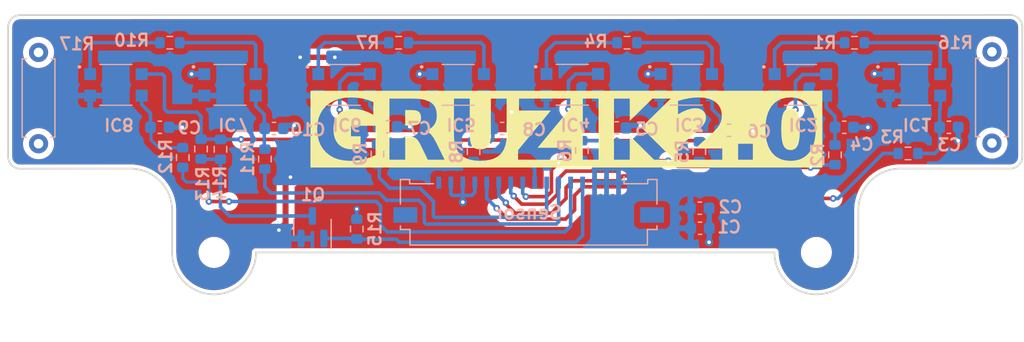
<source format=kicad_pcb>
(kicad_pcb (version 20221018) (generator pcbnew)
  (layers (0 "F.Cu" signal) (31 "B.Cu" signal) (34 "B.Paste" user) (35 "F.Paste" user) (36 "B.SilkS" user "B.Silkscreen") (37 "F.SilkS" user "F.Silkscreen") (38 "B.Mask" user) (39 "F.Mask" user) (44 "Edge.Cuts" user))
  (net 0 "")
  (net 1 "+5V")
  (net 2 "GND")
  (net 3 "Net-(C3-Pad1)")
  (net 4 "Net-(C4-Pad1)")
  (net 5 "Net-(C5-Pad1)")
  (net 6 "Net-(C6-Pad1)")
  (net 7 "Net-(C7-Pad1)")
  (net 8 "Net-(C8-Pad1)")
  (net 9 "Net-(C9-Pad1)")
  (net 10 "Net-(C10-Pad1)")
  (net 11 "Net-(IC1-Pad4)")
  (net 12 "Net-(IC2-Pad1)")
  (net 13 "Net-(IC2-Pad4)")
  (net 14 "Net-(IC3-Pad4)")
  (net 15 "Net-(IC4-Pad1)")
  (net 16 "Net-(IC5-Pad4)")
  (net 17 "Net-(IC6-Pad1)")
  (net 18 "Net-(IC7-Pad4)")
  (net 19 "Net-(IC8-Pad1)")
  (net 20 "Net-(Q1-D)")
  (net 21 "PB0")
  (net 22 "PA1")
  (net 23 "PA0")
  (net 24 "PA7")
  (net 25 "PA6")
  (net 26 "PA5")
  (net 27 "PA4")
  (net 28 "PA3")
  (net 29 "PA2")
  (footprint "MountingHole:MountingHole_2.1mm" (layer "F.Cu") (at 117.7761 146.7956)
    (fp_text reference "REF**" hide)
    (fp_text value "MountingHole_2.1mm")
    (pad "" np_thru_hole circle (at 0 0) (size 2.1 2.1) (drill 2.1) (layers "*.Cu" "*.Mask"))
  )
  (footprint "MountingHole:MountingHole_2.1mm" (layer "F.Cu") (at 67.4841 146.7956)
    (fp_text reference "REF**" hide)
    (fp_text value "MountingHole_2.1mm")
    (pad "" np_thru_hole circle (at 0 0) (size 2.1 2.1) (drill 2.1) (layers "*.Cu" "*.Mask"))
  )
  (footprint "Resistor_SMD:R_0603_1608Metric" (layer "B.Cu") (at 119.3292 138.6454 -90)
    (fp_text reference "R2" (at 0 1.43 90) (layer "B.SilkS") (effects (font (thickness 0.2) bold) (justify mirror)))
    (fp_text value "220")
    (pad "1" smd roundrect (at -0.825 0 270) (size 0.8 0.95) (layers "B.Cu" "B.Paste" "B.Mask") (net 4 "Net-(C4-Pad1)"))
    (pad "2" smd roundrect (at 0.825 0 270) (size 0.8 0.95) (layers "B.Cu" "B.Paste" "B.Mask") (net 22 "PA1"))
  )
  (footprint "Capacitor_SMD:C_0603_1608Metric" (layer "B.Cu") (at 82.0042 136.2964)
    (fp_text reference "C7" (at 2.6286 0.1524) (layer "B.SilkS") (effects (font (thickness 0.2) bold) (justify mirror)))
    (fp_text value "10n")
    (pad "1" smd roundrect (at -0.775 0) (size 0.9 0.95) (layers "B.Cu" "B.Paste" "B.Mask") (net 7 "Net-(C7-Pad1)"))
    (pad "2" smd roundrect (at 0.775 0) (size 0.9 0.95) (layers "B.Cu" "B.Paste" "B.Mask") (net 1 "+5V"))
  )
  (footprint "Sensor_Optical:KTIR0711S" (layer "B.Cu") (at 97.3926 132.7946)
    (fp_text reference "IC4" (at 0.254 3.302 180 unlocked) (layer "B.SilkS") (effects (font (thickness 0.2) bold) (justify mirror)))
    (fp_text value "~")
    (pad "1" smd rect (at -2.15 -0.9 270) (size 1 1) (layers "B.Cu" "B.Paste" "B.Mask") (net 15 "Net-(IC4-Pad1)"))
    (pad "2" smd rect (at -2.15 0.9 270) (size 1 1) (layers "B.Cu" "B.Paste" "B.Mask") (net 2 "GND"))
    (pad "3" smd rect (at 2.15 0.9 270) (size 1 1) (layers "B.Cu" "B.Paste" "B.Mask") (net 5 "Net-(C5-Pad1)"))
    (pad "4" smd rect (at 2.15 -0.9 270) (size 1 1) (layers "B.Cu" "B.Paste" "B.Mask") (net 13 "Net-(IC2-Pad4)"))
  )
  (footprint "Capacitor_SMD:C_0603_1608Metric" (layer "B.Cu") (at 110.477 136.6012)
    (fp_text reference "C6" (at 2.527 0.1016) (layer "B.SilkS") (effects (font (thickness 0.2) bold) (justify mirror)))
    (fp_text value "10n")
    (pad "1" smd roundrect (at -0.775 0) (size 0.9 0.95) (layers "B.Cu" "B.Paste" "B.Mask") (net 6 "Net-(C6-Pad1)"))
    (pad "2" smd roundrect (at 0.775 0) (size 0.9 0.95) (layers "B.Cu" "B.Paste" "B.Mask") (net 1 "+5V"))
  )
  (footprint "Capacitor_SMD:C_0603_1608Metric" (layer "B.Cu") (at 62.9542 136.3472)
    (fp_text reference "C9" (at 2.4762 0.0508) (layer "B.SilkS") (effects (font (thickness 0.2) bold) (justify mirror)))
    (fp_text value "10n")
    (pad "1" smd roundrect (at -0.775 0) (size 0.9 0.95) (layers "B.Cu" "B.Paste" "B.Mask") (net 9 "Net-(C9-Pad1)"))
    (pad "2" smd roundrect (at 0.775 0) (size 0.9 0.95) (layers "B.Cu" "B.Paste" "B.Mask") (net 1 "+5V"))
  )
  (footprint "Resistor_SMD:R_0603_1608Metric" (layer "B.Cu") (at 120.9548 129.286 180)
    (fp_text reference "R1" (at 2.4892 0) (layer "B.SilkS") (effects (font (thickness 0.2) bold) (justify mirror)))
    (fp_text value "39")
    (pad "1" smd roundrect (at -0.825 0 180) (size 0.8 0.95) (layers "B.Cu" "B.Paste" "B.Mask") (net 11 "Net-(IC1-Pad4)"))
    (pad "2" smd roundrect (at 0.825 0 180) (size 0.8 0.95) (layers "B.Cu" "B.Paste" "B.Mask") (net 12 "Net-(IC2-Pad1)"))
  )
  (footprint "Resistor_SMD:R_0603_1608Metric" (layer "B.Cu") (at 68.0212 138.1882 -90)
    (fp_text reference "R14" (at 2.8326 0.0508 90) (layer "B.SilkS") (effects (font (thickness 0.2) bold) (justify mirror)))
    (fp_text value "47")
    (pad "1" smd roundrect (at -0.825 0 270) (size 0.8 0.95) (layers "B.Cu" "B.Paste" "B.Mask") (net 13 "Net-(IC2-Pad4)"))
    (pad "2" smd roundrect (at 0.825 0 270) (size 0.8 0.95) (layers "B.Cu" "B.Paste" "B.Mask") (net 20 "Net-(Q1-D)"))
  )
  (footprint "Sensor_Optical:KTIR0711S" (layer "B.Cu") (at 125.9676 132.8056)
    (fp_text reference "IC1" (at 0.254 3.302 180 unlocked) (layer "B.SilkS") (effects (font (thickness 0.2) bold) (justify mirror)))
    (fp_text value "~")
    (pad "1" smd rect (at -2.15 -0.9 270) (size 1 1) (layers "B.Cu" "B.Paste" "B.Mask") (net 1 "+5V"))
    (pad "2" smd rect (at -2.15 0.9 270) (size 1 1) (layers "B.Cu" "B.Paste" "B.Mask") (net 2 "GND"))
    (pad "3" smd rect (at 2.15 0.9 270) (size 1 1) (layers "B.Cu" "B.Paste" "B.Mask") (net 3 "Net-(C3-Pad1)"))
    (pad "4" smd rect (at 2.15 -0.9 270) (size 1 1) (layers "B.Cu" "B.Paste" "B.Mask") (net 11 "Net-(IC1-Pad4)"))
  )
  (footprint "Capacitor_SMD:C_0603_1608Metric" (layer "B.Cu") (at 108.0634 144.78 180)
    (fp_text reference "C1" (at -2.4266 0.1016) (layer "B.SilkS") (effects (font (thickness 0.2) bold) (justify mirror)))
    (fp_text value "0.1u")
    (pad "1" smd roundrect (at -0.775 0 180) (size 0.9 0.95) (layers "B.Cu" "B.Paste" "B.Mask") (net 1 "+5V"))
    (pad "2" smd roundrect (at 0.775 0 180) (size 0.9 0.95) (layers "B.Cu" "B.Paste" "B.Mask") (net 2 "GND"))
  )
  (footprint "Resistor_SMD:R_0603_1608Metric" (layer "B.Cu") (at 108.0008 138.3792 -90)
    (fp_text reference "R5" (at 0 1.43 90) (layer "B.SilkS") (effects (font (thickness 0.2) bold) (justify mirror)))
    (fp_text value "220")
    (pad "1" smd roundrect (at -0.825 0 270) (size 0.8 0.95) (layers "B.Cu" "B.Paste" "B.Mask") (net 6 "Net-(C6-Pad1)"))
    (pad "2" smd roundrect (at 0.825 0 270) (size 0.8 0.95) (layers "B.Cu" "B.Paste" "B.Mask") (net 29 "PA2"))
  )
  (footprint "Capacitor_SMD:C_0603_1608Metric" (layer "B.Cu") (at 128.8418 136.3472)
    (fp_text reference "C3" (at 0.0378 1.4732) (layer "B.SilkS") (effects (font (thickness 0.2) bold) (justify mirror)))
    (fp_text value "10n")
    (pad "1" smd roundrect (at -0.775 0) (size 0.9 0.95) (layers "B.Cu" "B.Paste" "B.Mask") (net 3 "Net-(C3-Pad1)"))
    (pad "2" smd roundrect (at 0.775 0) (size 0.9 0.95) (layers "B.Cu" "B.Paste" "B.Mask") (net 1 "+5V"))
  )
  (footprint "NMOS_new:NMOS_SN" (layer "B.Cu") (at 75.7784 144.8031 90)
    (fp_text reference "Q1" (at 2.8171 -0.0356 unlocked) (layer "B.SilkS") (effects (font (thickness 0.2) bold) (justify mirror)))
    (fp_text value "NMOS")
    (pad "1" smd roundrect (at 1.0495 -0.078 90) (size 1.475 0.6) (layers "B.Cu" "B.Paste" "B.Mask") (net 20 "Net-(Q1-D)"))
    (pad "2" smd roundrect (at -0.8255 0.872 90) (size 1.475 0.6) (layers "B.Cu" "B.Paste" "B.Mask") (net 21 "PB0"))
    (pad "3" smd roundrect (at -0.8255 -1.028 90) (size 1.475 0.6) (layers "B.Cu" "B.Paste" "B.Mask") (net 2 "GND"))
  )
  (footprint "Resistor_SMD:R_0603_1608Metric" (layer "B.Cu") (at 125.4252 138.5316 180)
    (fp_text reference "R3" (at 1.3208 1.3716) (layer "B.SilkS") (effects (font (thickness 0.2) bold) (justify mirror)))
    (fp_text value "220")
    (pad "1" smd roundrect (at -0.825 0 180) (size 0.8 0.95) (layers "B.Cu" "B.Paste" "B.Mask") (net 3 "Net-(C3-Pad1)"))
    (pad "2" smd roundrect (at 0.825 0 180) (size 0.8 0.95) (layers "B.Cu" "B.Paste" "B.Mask") (net 23 "PA0"))
  )
  (footprint "Resistor_SMD:R_0603_1608Metric" (layer "B.Cu") (at 98.1964 138.2898 -90)
    (fp_text reference "R6" (at 0 1.43 90) (layer "B.SilkS") (effects (font (thickness 0.2) bold) (justify mirror)))
    (fp_text value "220")
    (pad "1" smd roundrect (at -0.825 0 270) (size 0.8 0.95) (layers "B.Cu" "B.Paste" "B.Mask") (net 5 "Net-(C5-Pad1)"))
    (pad "2" smd roundrect (at 0.825 0 270) (size 0.8 0.95) (layers "B.Cu" "B.Paste" "B.Mask") (net 28 "PA3"))
  )
  (footprint "Resistor_THT:R_Axial_DIN0207_L6.3mm_D2.5mm_P7.62mm_Horizontal" (layer "B.Cu") (at 52.832 137.7188 90)
    (fp_text reference "R17" (at 8.3312 3.2004 180) (layer "B.SilkS") (effects (font (thickness 0.2) bold) (justify mirror)))
    (fp_text value "R")
    (pad "1" thru_hole circle (at 0 0 90) (size 1.6 1.6) (drill 0.8) (layers "*.Cu" "*.Mask"))
    (pad "2" thru_hole oval (at 7.62 0 90) (size 1.6 1.6) (drill 0.8) (layers "*.Cu" "*.Mask"))
  )
  (footprint "Resistor_SMD:R_0603_1608Metric" (layer "B.Cu") (at 64.8716 138.875 -90)
    (fp_text reference "R12" (at -0.0894 1.4224 90) (layer "B.SilkS") (effects (font (thickness 0.2) bold) (justify mirror)))
    (fp_text value "220")
    (pad "1" smd roundrect (at -0.825 0 270) (size 0.8 0.95) (layers "B.Cu" "B.Paste" "B.Mask") (net 9 "Net-(C9-Pad1)"))
    (pad "2" smd roundrect (at 0.825 0 270) (size 0.8 0.95) (layers "B.Cu" "B.Paste" "B.Mask") (net 24 "PA7"))
  )
  (footprint "Resistor_SMD:R_0603_1608Metric" (layer "B.Cu") (at 81.1276 138.5946 -90)
    (fp_text reference "R9" (at 0 1.43 90) (layer "B.SilkS") (effects (font (thickness 0.2) bold) (justify mirror)))
    (fp_text value "220")
    (pad "1" smd roundrect (at -0.825 0 270) (size 0.8 0.95) (layers "B.Cu" "B.Paste" "B.Mask") (net 7 "Net-(C7-Pad1)"))
    (pad "2" smd roundrect (at 0.825 0 270) (size 0.8 0.95) (layers "B.Cu" "B.Paste" "B.Mask") (net 26 "PA5"))
  )
  (footprint "Capacitor_SMD:C_0603_1608Metric" (layer "B.Cu") (at 108.0386 143.1036 180)
    (fp_text reference "C2" (at -2.553 0.1016) (layer "B.SilkS") (effects (font (thickness 0.2) bold) (justify mirror)))
    (fp_text value "1.0u")
    (pad "1" smd roundrect (at -0.775 0 180) (size 0.9 0.95) (layers "B.Cu" "B.Paste" "B.Mask") (net 1 "+5V"))
    (pad "2" smd roundrect (at 0.775 0 180) (size 0.9 0.95) (layers "B.Cu" "B.Paste" "B.Mask") (net 2 "GND"))
  )
  (footprint "Resistor_SMD:R_0603_1608Metric" (layer "B.Cu") (at 101.9678 129.286 180)
    (fp_text reference "R4" (at 2.603 0.1016) (layer "B.SilkS") (effects (font (thickness 0.2) bold) (justify mirror)))
    (fp_text value "39")
    (pad "1" smd roundrect (at -0.825 0 180) (size 0.8 0.95) (layers "B.Cu" "B.Paste" "B.Mask") (net 14 "Net-(IC3-Pad4)"))
    (pad "2" smd roundrect (at 0.825 0 180) (size 0.8 0.95) (layers "B.Cu" "B.Paste" "B.Mask") (net 15 "Net-(IC4-Pad1)"))
  )
  (footprint "Resistor_SMD:R_0603_1608Metric" (layer "B.Cu") (at 89.154 138.3792 -90)
    (fp_text reference "R8" (at 0 1.43 90) (layer "B.SilkS") (effects (font (thickness 0.2) bold) (justify mirror)))
    (fp_text value "220")
    (pad "1" smd roundrect (at -0.825 0 270) (size 0.8 0.95) (layers "B.Cu" "B.Paste" "B.Mask") (net 8 "Net-(C8-Pad1)"))
    (pad "2" smd roundrect (at 0.825 0 270) (size 0.8 0.95) (layers "B.Cu" "B.Paste" "B.Mask") (net 27 "PA4"))
  )
  (footprint "Capacitor_SMD:C_0603_1608Metric" (layer "B.Cu") (at 91.5416 136.4488)
    (fp_text reference "C8" (at 2.6794 0.1016) (layer "B.SilkS") (effects (font (thickness 0.2) bold) (justify mirror)))
    (fp_text value "10n")
    (pad "1" smd roundrect (at -0.775 0) (size 0.9 0.95) (layers "B.Cu" "B.Paste" "B.Mask") (net 8 "Net-(C8-Pad1)"))
    (pad "2" smd roundrect (at 0.775 0) (size 0.9 0.95) (layers "B.Cu" "B.Paste" "B.Mask") (net 1 "+5V"))
  )
  (footprint "Resistor_SMD:R_0603_1608Metric" (layer "B.Cu") (at 82.8934 129.286 180)
    (fp_text reference "R7" (at 2.5786 0) (layer "B.SilkS") (effects (font (thickness 0.2) bold) (justify mirror)))
    (fp_text value "39")
    (pad "1" smd roundrect (at -0.825 0 180) (size 0.8 0.95) (layers "B.Cu" "B.Paste" "B.Mask") (net 16 "Net-(IC5-Pad4)"))
    (pad "2" smd roundrect (at 0.825 0 180) (size 0.8 0.95) (layers "B.Cu" "B.Paste" "B.Mask") (net 17 "Net-(IC6-Pad1)"))
  )
  (footprint "Sensor_Optical:KTIR0711S" (layer "B.Cu") (at 116.4426 132.8056)
    (fp_text reference "IC2" (at 0.254 3.302 180 unlocked) (layer "B.SilkS") (effects (font (thickness 0.2) bold) (justify mirror)))
    (fp_text value "~")
    (pad "1" smd rect (at -2.15 -0.9 270) (size 1 1) (layers "B.Cu" "B.Paste" "B.Mask") (net 12 "Net-(IC2-Pad1)"))
    (pad "2" smd rect (at -2.15 0.9 270) (size 1 1) (layers "B.Cu" "B.Paste" "B.Mask") (net 2 "GND"))
    (pad "3" smd rect (at 2.15 0.9 270) (size 1 1) (layers "B.Cu" "B.Paste" "B.Mask") (net 4 "Net-(C4-Pad1)"))
    (pad "4" smd rect (at 2.15 -0.9 270) (size 1 1) (layers "B.Cu" "B.Paste" "B.Mask") (net 13 "Net-(IC2-Pad4)"))
  )
  (footprint "Resistor_THT:R_Axial_DIN0207_L6.3mm_D2.5mm_P7.62mm_Horizontal" (layer "B.Cu") (at 132.4356 137.668 90)
    (fp_text reference "R16" (at 8.382 -3.048 180) (layer "B.SilkS") (effects (font (thickness 0.2) bold) (justify mirror)))
    (fp_text value "R")
    (pad "1" thru_hole circle (at 0 0 90) (size 1.6 1.6) (drill 0.8) (layers "*.Cu" "*.Mask"))
    (pad "2" thru_hole oval (at 7.62 0 90) (size 1.6 1.6) (drill 0.8) (layers "*.Cu" "*.Mask"))
  )
  (footprint "Resistor_SMD:R_0603_1608Metric" (layer "B.Cu") (at 66.3956 138.1638 -90)
    (fp_text reference "R13" (at 2.9078 -0.1524 90) (layer "B.SilkS") (effects (font (thickness 0.2) bold) (justify mirror)))
    (fp_text value "47")
    (pad "1" smd roundrect (at -0.825 0 270) (size 0.8 0.95) (layers "B.Cu" "B.Paste" "B.Mask") (net 13 "Net-(IC2-Pad4)"))
    (pad "2" smd roundrect (at 0.825 0 270) (size 0.8 0.95) (layers "B.Cu" "B.Paste" "B.Mask") (net 20 "Net-(Q1-D)"))
  )
  (footprint "Sensor_Optical:KTIR0711S" (layer "B.Cu") (at 59.2926 132.8056)
    (fp_text reference "IC8" (at 0.254 3.302 180 unlocked) (layer "B.SilkS") (effects (font (thickness 0.2) bold) (justify mirror)))
    (fp_text value "~")
    (pad "1" smd rect (at -2.15 -0.9 270) (size 1 1) (layers "B.Cu" "B.Paste" "B.Mask") (net 19 "Net-(IC8-Pad1)"))
    (pad "2" smd rect (at -2.15 0.9 270) (size 1 1) (layers "B.Cu" "B.Paste" "B.Mask") (net 2 "GND"))
    (pad "3" smd rect (at 2.15 0.9 270) (size 1 1) (layers "B.Cu" "B.Paste" "B.Mask") (net 9 "Net-(C9-Pad1)"))
    (pad "4" smd rect (at 2.15 -0.9 270) (size 1 1) (layers "B.Cu" "B.Paste" "B.Mask") (net 13 "Net-(IC2-Pad4)"))
  )
  (footprint "Sensor_Optical:KTIR0711S" (layer "B.Cu") (at 87.8676 132.8056)
    (fp_text reference "IC5" (at 0.254 3.302 180 unlocked) (layer "B.SilkS") (effects (font (thickness 0.2) bold) (justify mirror)))
    (fp_text value "~")
    (pad "1" smd rect (at -2.15 -0.9 270) (size 1 1) (layers "B.Cu" "B.Paste" "B.Mask") (net 1 "+5V"))
    (pad "2" smd rect (at -2.15 0.9 270) (size 1 1) (layers "B.Cu" "B.Paste" "B.Mask") (net 2 "GND"))
    (pad "3" smd rect (at 2.15 0.9 270) (size 1 1) (layers "B.Cu" "B.Paste" "B.Mask") (net 8 "Net-(C8-Pad1)"))
    (pad "4" smd rect (at 2.15 -0.9 270) (size 1 1) (layers "B.Cu" "B.Paste" "B.Mask") (net 16 "Net-(IC5-Pad4)"))
  )
  (footprint "Capacitor_SMD:C_0603_1608Metric" (layer "B.Cu") (at 72.4916 136.4488)
    (fp_text reference "C10" (at 2.8318 0.1016) (layer "B.SilkS") (effects (font (thickness 0.2) bold) (justify mirror)))
    (fp_text value "10n")
    (pad "1" smd roundrect (at -0.775 0) (size 0.9 0.95) (layers "B.Cu" "B.Paste" "B.Mask") (net 10 "Net-(C10-Pad1)"))
    (pad "2" smd roundrect (at 0.775 0) (size 0.9 0.95) (layers "B.Cu" "B.Paste" "B.Mask") (net 1 "+5V"))
  )
  (footprint "Resistor_SMD:R_0603_1608Metric" (layer "B.Cu") (at 63.7926 129.286 180)
    (fp_text reference "R10" (at 3.1882 0.2032) (layer "B.SilkS") (effects (font (thickness 0.2) bold) (justify mirror)))
    (fp_text value "39")
    (pad "1" smd roundrect (at -0.825 0 180) (size 0.8 0.95) (layers "B.Cu" "B.Paste" "B.Mask") (net 18 "Net-(IC7-Pad4)"))
    (pad "2" smd roundrect (at 0.825 0 180) (size 0.8 0.95) (layers "B.Cu" "B.Paste" "B.Mask") (net 19 "Net-(IC8-Pad1)"))
  )
  (footprint "Resistor_SMD:R_0603_1608Metric" (layer "B.Cu") (at 79.4004 144.843 -90)
    (fp_text reference "R15" (at -0.0122 -1.524 90) (layer "B.SilkS") (effects (font (thickness 0.2) bold) (justify mirror)))
    (fp_text value "47K")
    (pad "1" smd roundrect (at -0.825 0 270) (size 0.8 0.95) (layers "B.Cu" "B.Paste" "B.Mask") (net 1 "+5V"))
    (pad "2" smd roundrect (at 0.825 0 270) (size 0.8 0.95) (layers "B.Cu" "B.Paste" "B.Mask") (net 21 "PB0"))
  )
  (footprint "Connector_FFC-FPC:Molex_200528-0160_1x16-1MP_P1.00mm_Horizontal" (layer "B.Cu") (at 93.7556 141.88 180)
    (fp_text reference "Sensor" (at 0.0296 -1.5792) (layer "B.SilkS" knockout) (effects (font (size 1.1 1.1) (thickness 0.2) bold) (justify mirror)))
    (fp_text value "Conn_01x16")
    (pad "1" smd rect (at -7.5 0.91 180) (size 0.4 1) (layers "B.Cu" "B.Paste" "B.Mask") (net 2 "GND"))
    (pad "2" smd rect (at -6.5 0.91 180) (size 0.4 1) (layers "B.Cu" "B.Paste" "B.Mask") (net 2 "GND"))
    (pad "3" smd rect (at -5.5 0.91 180) (size 0.4 1) (layers "B.Cu" "B.Paste" "B.Mask") (net 2 "GND"))
    (pad "4" smd rect (at -4.5 0.91 180) (size 0.4 1) (layers "B.Cu" "B.Paste" "B.Mask") (net 21 "PB0"))
    (pad "5" smd rect (at -3.5 0.91 180) (size 0.4 1) (layers "B.Cu" "B.Paste" "B.Mask") (net 24 "PA7"))
    (pad "6" smd rect (at -2.5 0.91 180) (size 0.4 1) (layers "B.Cu" "B.Paste" "B.Mask") (net 25 "PA6"))
    (pad "7" smd rect (at -1.5 0.91 180) (size 0.4 1) (layers "B.Cu" "B.Paste" "B.Mask") (net 26 "PA5"))
    (pad "8" smd rect (at -0.5 0.91 180) (size 0.4 1) (layers "B.Cu" "B.Paste" "B.Mask") (net 27 "PA4"))
    (pad "9" smd rect (at 0.5 0.91 180) (size 0.4 1) (layers "B.Cu" "B.Paste" "B.Mask") (net 28 "PA3"))
    (pad "10" smd rect (at 1.5 0.91 180) (size 0.4 1) (layers "B.Cu" "B.Paste" "B.Mask") (net 29 "PA2"))
    (pad "11" smd rect (at 2.5 0.91 180) (size 0.4 1) (layers "B.Cu" "B.Paste" "B.Mask") (net 22 "PA1"))
    (pad "12" smd rect (at 3.5 0.91 180) (size 0.4 1) (layers "B.Cu" "B.Paste" "B.Mask") (net 23 "PA0"))
    (pad "13" smd rect (at 4.5 0.91 180) (size 0.4 1) (layers "B.Cu" "B.Paste" "B.Mask") (net 1 "+5V"))
    (pad "14" smd rect (at 5.5 0.91 180) (size 0.4 1) (layers "B.Cu" "B.Paste" "B.Mask") (net 1 "+5V"))
    (pad "15" smd rect (at 6.5 0.91 180) (size 0.4 1) (layers "B.Cu" "B.Paste" "B.Mask") (net 1 "+5V"))
    (pad "16" smd rect (at 7.5 0.91 180) (size 0.4 1) (layers "B.Cu" "B.Paste" "B.Mask"))
    (pad "MP" smd rect (at -10.3 -1.79 180) (size 2 1.3) (layers "B.Cu" "B.Paste" "B.Mask"))
    (pad "MP" smd rect (at 10.3 -1.79 180) (size 2 1.3) (layers "B.Cu" "B.Paste" "B.Mask"))
  )
  (footprint "Capacitor_SMD:C_0603_1608Metric" (layer "B.Cu") (at 101.105 136.398)
    (fp_text reference "C5" (at 2.527 0.1016) (layer "B.SilkS") (effects (font (thickness 0.2) bold) (justify mirror)))
    (fp_text value "10n")
    (pad "1" smd roundrect (at -0.775 0) (size 0.9 0.95) (layers "B.Cu" "B.Paste" "B.Mask") (net 5 "Net-(C5-Pad1)"))
    (pad "2" smd roundrect (at 0.775 0) (size 0.9 0.95) (layers "B.Cu" "B.Paste" "B.Mask") (net 1 "+5V"))
  )
  (footprint "Capacitor_SMD:C_0603_1608Metric" (layer "B.Cu") (at 120.1042 136.3472)
    (fp_text reference "C4" (at 1.4602 1.43) (layer "B.SilkS") (effects (font (thickness 0.2) bold) (justify mirror)))
    (fp_text value "10n")
    (pad "1" smd roundrect (at -0.775 0) (size 0.9 0.95) (layers "B.Cu" "B.Paste" "B.Mask") (net 4 "Net-(C4-Pad1)"))
    (pad "2" smd roundrect (at 0.775 0) (size 0.9 0.95) (layers "B.Cu" "B.Paste" "B.Mask") (net 1 "+5V"))
  )
  (footprint "Sensor_Optical:KTIR0711S" (layer "B.Cu") (at 78.3426 132.8056)
    (fp_text reference "IC6" (at 0.254 3.302 180 unlocked) (layer "B.SilkS") (effects (font (thickness 0.2) bold) (justify mirror)))
    (fp_text value "~")
    (pad "1" smd rect (at -2.15 -0.9 270) (size 1 1) (layers "B.Cu" "B.Paste" "B.Mask") (net 17 "Net-(IC6-Pad1)"))
    (pad "2" smd rect (at -2.15 0.9 270) (size 1 1) (layers "B.Cu" "B.Paste" "B.Mask") (net 2 "GND"))
    (pad "3" smd rect (at 2.15 0.9 270) (size 1 1) (layers "B.Cu" "B.Paste" "B.Mask") (net 7 "Net-(C7-Pad1)"))
    (pad "4" smd rect (at 2.15 -0.9 270) (size 1 1) (layers "B.Cu" "B.Paste" "B.Mask") (net 13 "Net-(IC2-Pad4)"))
  )
  (footprint "Sensor_Optical:KTIR0711S" (layer "B.Cu") (at 68.8176 132.8056)
    (fp_text reference "IC7" (at 0.254 3.302 180 unlocked) (layer "B.SilkS") (effects (font (thickness 0.2) bold) (justify mirror)))
    (fp_text value "~")
    (pad "1" smd rect (at -2.15 -0.9 270) (size 1 1) (layers "B.Cu" "B.Paste" "B.Mask") (net 1 "+5V"))
    (pad "2" smd rect (at -2.15 0.9 270) (size 1 1) (layers "B.Cu" "B.Paste" "B.Mask") (net 2 "GND"))
    (pad "3" smd rect (at 2.15 0.9 270) (size 1 1) (layers "B.Cu" "B.Paste" "B.Mask") (net 10 "Net-(C10-Pad1)"))
    (pad "4" smd rect (at 2.15 -0.9 270) (size 1 1) (layers "B.Cu" "B.Paste" "B.Mask") (net 18 "Net-(IC7-Pad4)"))
  )
  (footprint "Resistor_SMD:R_0603_1608Metric" (layer "B.Cu") (at 71.7296 139.001 -90)
    (fp_text reference "R11" (at 0 1.43 90) (layer "B.SilkS") (effects (font (thickness 0.2) bold) (justify mirror)))
    (fp_text value "220")
    (pad "1" smd roundrect (at -0.825 0 270) (size 0.8 0.95) (layers "B.Cu" "B.Paste" "B.Mask") (net 10 "Net-(C10-Pad1)"))
    (pad "2" smd roundrect (at 0.825 0 270) (size 0.8 0.95) (layers "B.Cu" "B.Paste" "B.Mask") (net 25 "PA6"))
  )
  (footprint "Sensor_Optical:KTIR0711S" (layer "B.Cu") (at 106.9176 132.7946)
    (fp_text reference "IC3" (at 0.254 3.302 180 unlocked) (layer "B.SilkS") (effects (font (thickness 0.2) bold) (justify mirror)))
    (fp_text value "~")
    (pad "1" smd rect (at -2.15 -0.9 270) (size 1 1) (layers "B.Cu" "B.Paste" "B.Mask") (net 1 "+5V"))
    (pad "2" smd rect (at -2.15 0.9 270) (size 1 1) (layers "B.Cu" "B.Paste" "B.Mask") (net 2 "GND"))
    (pad "3" smd rect (at 2.15 0.9 270) (size 1 1) (layers "B.Cu" "B.Paste" "B.Mask") (net 6 "Net-(C6-Pad1)"))
    (pad "4" smd rect (at 2.15 -0.9 270) (size 1 1) (layers "B.Cu" "B.Paste" "B.Mask") (net 14 "Net-(IC3-Pad4)"))
  )
  (gr_line (start 50.292 127.9812) (end 50.2926 132.8056) (stroke (width 0.15)) (layer "Edge.Cuts"))
  (gr_arc (start 50.292 127.9812) (mid 50.584893 127.274094) (end 51.292 126.9812) (stroke (width 0.15)) (layer "Edge.Cuts"))
  (gr_line (start 51.292 126.9812) (end 133.9676 126.9712) (stroke (width 0.15)) (layer "Edge.Cuts"))
  (gr_line (start 127.1136 139.7956) (end 133.9676 139.7956) (stroke (width 0.15)) (layer "Edge.Cuts"))
  (gr_arc (start 51.2926 139.8056) (mid 50.585493 139.512707) (end 50.2926 138.8056) (stroke (width 0.15)) (layer "Edge.Cuts"))
  (gr_line (start 134.9676 132.7956) (end 134.9676 138.7956) (stroke (width 0.15)) (layer "Edge.Cuts"))
  (gr_arc (start 121.2761 143.2956) (mid 122.301226 140.820727) (end 124.7761 139.7956) (stroke (width 0.15)) (layer "Edge.Cuts"))
  (gr_line (start 60.4841 139.7956) (end 58.1466 139.7956) (stroke (width 0.15)) (layer "Edge.Cuts"))
  (gr_arc (start 134.9676 138.7956) (mid 134.674707 139.502707) (end 133.9676 139.7956) (stroke (width 0.15)) (layer "Edge.Cuts"))
  (gr_line (start 63.9841 146.7956) (end 63.9841 143.2956) (stroke (width 0.15)) (layer "Edge.Cuts"))
  (gr_line (start 127.1136 139.7956) (end 124.7761 139.7956) (stroke (width 0.15)) (layer "Edge.Cuts"))
  (gr_arc (start 60.4841 139.7956) (mid 62.958973 140.820726) (end 63.9841 143.2956) (stroke (width 0.15)) (layer "Edge.Cuts"))
  (gr_line (start 134.9676 127.9712) (end 134.9676 132.7956) (stroke (width 0.15)) (layer "Edge.Cuts"))
  (gr_arc (start 70.9841 146.7956) (mid 67.4841 150.2956) (end 63.9841 146.7956) (stroke (width 0.15)) (layer "Edge.Cuts"))
  (gr_line (start 114.2761 146.7956) (end 70.9841 146.7956) (stroke (width 0.15)) (layer "Edge.Cuts"))
  (gr_line (start 50.2926 132.8056) (end 50.2926 138.8056) (stroke (width 0.15)) (layer "Edge.Cuts"))
  (gr_line (start 121.2761 146.7956) (end 121.2761 143.2956) (stroke (width 0.15)) (layer "Edge.Cuts"))
  (gr_arc (start 133.9676 126.9712) (mid 134.674706 127.264093) (end 134.9676 127.9712) (stroke (width 0.15)) (layer "Edge.Cuts"))
  (gr_line (start 58.1466 139.7956) (end 51.2926 139.8056) (stroke (width 0.15)) (layer "Edge.Cuts"))
  (gr_arc (start 121.2761 146.7956) (mid 117.7761 150.2956) (end 114.2761 146.7956) (stroke (width 0.15)) (layer "Edge.Cuts"))
  (gr_text "GRUZIK2.0" (at 75.7428 139.9032) (layer "F.SilkS" knockout) (effects (font (size 5 5) (thickness 1) bold) (justify left bottom)))
  (via (at 122.6312 131.8768) (size 0.7) (drill 0.3) (layers "F.Cu" "B.Cu") (net 1))
  (via (at 112.4712 136.652) (size 0.7) (drill 0.3) (layers "F.Cu" "B.Cu") (net 1))
  (via (at 92.3296 135.0772) (size 0.7) (drill 0.3) (layers "F.Cu" "B.Cu") (net 1))
  (via (at 65.6048 131.9056) (size 0.7) (drill 0.3) (layers "F.Cu" "B.Cu") (net 1))
  (via (at 79.4004 143.1693) (size 0.55) (drill 0.25) (layers "F.Cu" "B.Cu") (net 1))
  (via (at 103.0732 136.1948) (size 0.7) (drill 0.3) (layers "F.Cu" "B.Cu") (net 1))
  (via (at 129.6168 137.4648) (size 0.7) (drill 0.3) (layers "F.Cu" "B.Cu") (net 1))
  (via (at 103.7158 131.8946) (size 0.7) (drill 0.3) (layers "F.Cu" "B.Cu") (net 1))
  (via (at 64.8208 136.3472) (size 0.7) (drill 0.3) (layers "F.Cu" "B.Cu") (net 1))
  (via (at 88.2556 142.5956) (size 0.7) (drill 0.3) (layers "F.Cu" "B.Cu") (net 1))
  (via (at 83.82 136.2964) (size 0.7) (drill 0.3) (layers "F.Cu" "B.Cu") (net 1))
  (via (at 84.6548 131.9056) (size 0.7) (drill 0.3) (layers "F.Cu" "B.Cu") (net 1))
  (via (at 122.0724 136.3472) (size 0.7) (drill 0.3) (layers "F.Cu" "B.Cu") (net 1))
  (via (at 108.8136 145.9484) (size 0.7) (drill 0.3) (layers "F.Cu" "B.Cu") (net 1))
  (via (at 74.168 136.1948) (size 0.7) (drill 0.3) (layers "F.Cu" "B.Cu") (net 1))
  (segment (start 84.6548 131.9056) (end 85.7176 131.9056) (width 0.45) (layer "B.Cu") (net 1))
  (segment (start 89.2556 140.97) (end 89.2556 141.7828) (width 0.3) (layer "B.Cu") (net 1))
  (segment (start 108.8384 145.9236) (end 108.8384 144.78) (width 0.45) (layer "B.Cu") (net 1))
  (segment (start 87.2556 140.97) (end 87.2556 141.9164) (width 0.3) (layer "B.Cu") (net 1))
  (segment (start 108.8136 145.9484) (end 108.8384 145.9236) (width 0.45) (layer "B.Cu") (net 1))
  (segment (start 92.3296 135.0772) (end 92.3296 136.2964) (width 0.45) (layer "B.Cu") (net 1))
  (segment (start 111.252 136.6012) (end 112.4204 136.6012) (width 0.45) (layer "B.Cu") (net 1))
  (segment (start 122.66 131.9056) (end 123.8176 131.9056) (width 0.45) (layer "B.Cu") (net 1))
  (segment (start 65.6048 131.9056) (end 66.6676 131.9056) (width 0.45) (layer "B.Cu") (net 1))
  (segment (start 122.0724 136.3472) (end 120.8792 136.3472) (width 0.45) (layer "B.Cu") (net 1))
  (segment (start 103.0732 136.1948) (end 101.88 136.1948) (width 0.45) (layer "B.Cu") (net 1))
  (segment (start 74.168 136.1948) (end 73.2288 136.1948) (width 0.45) (layer "B.Cu") (net 1))
  (segment (start 79.4004 143.1693) (end 79.4004 144.018) (width 0.3) (layer "B.Cu") (net 1))
  (segment (start 108.8384 144.78) (end 108.8384 143.1284) (width 0.45) (layer "B.Cu") (net 1))
  (segment (start 88.2556 140.97) (end 88.2556 142.0368) (width 0.3) (layer "B.Cu") (net 1))
  (segment (start 87.376 142.0368) (end 88.2556 142.0368) (width 0.3) (layer "B.Cu") (net 1))
  (segment (start 103.7158 131.8946) (end 104.7676 131.8946) (width 0.45) (layer "B.Cu") (net 1))
  (segment (start 87.2556 141.9164) (end 87.376 142.0368) (width 0.3) (layer "B.Cu") (net 1))
  (segment (start 83.82 136.2964) (end 82.7792 136.2964) (width 0.45) (layer "B.Cu") (net 1))
  (segment (start 108.8384 143.1284) (end 108.8136 143.1036) (width 0.45) (layer "B.Cu") (net 1))
  (segment (start 88.2556 142.5956) (end 88.2556 142.0368) (width 0.3) (layer "B.Cu") (net 1))
  (segment (start 129.6168 137.4648) (end 129.6168 136.3472) (width 0.45) (layer "B.Cu") (net 1))
  (segment (start 122.6312 131.8768) (end 122.66 131.9056) (width 0.45) (layer "B.Cu") (net 1))
  (segment (start 89.0016 142.0368) (end 88.2556 142.0368) (width 0.3) (layer "B.Cu") (net 1))
  (segment (start 112.4204 136.6012) (end 112.4712 136.652) (width 0.45) (layer "B.Cu") (net 1))
  (segment (start 64.8208 136.3472) (end 63.7292 136.3472) (width 0.45) (layer "B.Cu") (net 1))
  (segment (start 89.2556 141.7828) (end 89.0016 142.0368) (width 0.3) (layer "B.Cu") (net 1))
  (segment (start 73.4568 140.9192) (end 73.8632 140.5128) (width 0.5) (layer "F.Cu") (net 2))
  (segment (start 72.898 144.9324) (end 73.4568 144.3736) (width 0.5) (layer "F.Cu") (net 2))
  (segment (start 73.4568 144.3736) (end 73.4568 140.9192) (width 0.5) (layer "F.Cu") (net 2))
  (segment (start 77.5716 130.5052) (end 74.676 130.5052) (width 0.45) (layer "F.Cu") (net 2))
  (via (at 73.8632 140.5128) (size 0.7) (drill 0.3) (layers "F.Cu" "B.Cu") (net 2))
  (via (at 72.898 144.9324) (size 0.7) (drill 0.3) (layers "F.Cu" "B.Cu") (net 2))
  (via (at 77.5716 130.5052) (size 0.7) (drill 0.3) (layers "F.Cu" "B.Cu") (net 2))
  (via (at 74.676 130.5052) (size 0.7) (drill 0.3) (layers "F.Cu" "B.Cu") (net 2))
  (segment (start 127.6604 138.5316) (end 128.0668 138.1252) (width 0.3) (layer "B.Cu") (net 3))
  (segment (start 128.1176 133.7056) (end 128.1176 134.8232) (width 0.3) (layer "B.Cu") (net 3))
  (segment (start 128.0668 138.1252) (end 128.0668 136.3472) (width 0.3) (layer "B.Cu") (net 3))
  (segment (start 128.1176 134.8232) (end 128.0668 134.874) (width 0.3) (layer "B.Cu") (net 3))
  (segment (start 128.0668 134.874) (end 128.0668 136.3472) (width 0.3) (layer "B.Cu") (net 3))
  (segment (start 126.2502 138.5316) (end 127.6604 138.5316) (width 0.3) (layer "B.Cu") (net 3))
  (segment (start 119.3292 136.3472) (end 119.3292 138.05) (width 0.3) (layer "B.Cu") (net 4))
  (segment (start 119.3292 135.4328) (end 119.3292 136.3472) (width 0.3) (layer "B.Cu") (net 4))
  (segment (start 118.5926 134.6962) (end 119.3292 135.4328) (width 0.3) (layer "B.Cu") (net 4))
  (segment (start 118.5926 133.7056) (end 118.5926 134.6962) (width 0.3) (layer "B.Cu") (net 4))
  (segment (start 100.1268 137.4648) (end 100.2792 137.3124) (width 0.3) (layer "B.Cu") (net 5))
  (segment (start 99.5426 133.6946) (end 99.5426 134.5946) (width 0.3) (layer "B.Cu") (net 5))
  (segment (start 99.5426 134.5946) (end 100.33 135.382) (width 0.3) (layer "B.Cu") (net 5))
  (segment (start 100.33 135.382) (end 100.33 136.398) (width 0.3) (layer "B.Cu") (net 5))
  (segment (start 98.1964 137.4648) (end 100.1268 137.4648) (width 0.3) (layer "B.Cu") (net 5))
  (segment (start 100.2792 137.3124) (end 100.2792 136.4488) (width 0.3) (layer "B.Cu") (net 5))
  (segment (start 109.0676 133.6946) (end 109.0676 134.8232) (width 0.3) (layer "B.Cu") (net 6))
  (segment (start 109.4862 137.5542) (end 109.6772 137.3632) (width 0.3) (layer "B.Cu") (net 6))
  (segment (start 108.0008 137.5542) (end 109.4862 137.5542) (width 0.3) (layer "B.Cu") (net 6))
  (segment (start 109.0676 134.8232) (end 109.7788 135.5344) (width 0.3) (layer "B.Cu") (net 6))
  (segment (start 109.6772 137.3632) (end 109.6772 136.626) (width 0.3) (layer "B.Cu") (net 6))
  (segment (start 109.7788 135.5344) (end 109.7788 136.5244) (width 0.3) (layer "B.Cu") (net 6))
  (segment (start 81.2292 136.2964) (end 81.2292 137.668) (width 0.3) (layer "B.Cu") (net 7))
  (segment (start 80.4926 134.5438) (end 81.2292 135.2804) (width 0.3) (layer "B.Cu") (net 7))
  (segment (start 81.2292 135.2804) (end 81.2292 136.2964) (width 0.3) (layer "B.Cu") (net 7))
  (segment (start 80.4926 133.7056) (end 80.4926 134.5438) (width 0.3) (layer "B.Cu") (net 7))
  (segment (start 89.154 137.5542) (end 90.5378 137.5542) (width 0.3) (layer "B.Cu") (net 8))
  (segment (start 90.0176 133.7056) (end 90.0176 134.5692) (width 0.3) (layer "B.Cu") (net 8))
  (segment (start 90.7666 137.3254) (end 90.7666 136.4488) (width 0.3) (layer "B.Cu") (net 8))
  (segment (start 90.7796 135.3312) (end 90.7796 136.2964) (width 0.3) (layer "B.Cu") (net 8))
  (segment (start 90.5378 137.5542) (end 90.7666 137.3254) (width 0.3) (layer "B.Cu") (net 8))
  (segment (start 90.0176 134.5692) (end 90.7796 135.3312) (width 0.3) (layer "B.Cu") (net 8))
  (segment (start 62.866 138.05) (end 62.23 137.414) (width 0.25) (layer "B.Cu") (net 9))
  (segment (start 62.1792 135.1788) (end 62.1792 136.3472) (width 0.3) (layer "B.Cu") (net 9))
  (segment (start 61.4426 134.4422) (end 62.1792 135.1788) (width 0.3) (layer "B.Cu") (net 9))
  (segment (start 64.8716 138.05) (end 62.866 138.05) (width 0.25) (layer "B.Cu") (net 9))
  (segment (start 62.23 137.414) (end 62.23 136.398) (width 0.25) (layer "B.Cu") (net 9))
  (segment (start 61.4426 133.7056) (end 61.4426 134.4422) (width 0.3) (layer "B.Cu") (net 9))
  (segment (start 71.6788 135.2804) (end 71.6788 136.1948) (width 0.3) (layer "B.Cu") (net 10))
  (segment (start 70.9676 133.7056) (end 70.9676 134.5692) (width 0.3) (layer "B.Cu") (net 10))
  (segment (start 70.9676 134.5692) (end 71.6788 135.2804) (width 0.3) (layer "B.Cu") (net 10))
  (segment (start 71.6788 136.1948) (end 71.6788 138.1252) (width 0.3) (layer "B.Cu") (net 10))
  (segment (start 71.6788 138.1252) (end 71.7296 138.176) (width 0.3) (layer "B.Cu") (net 10))
  (segment (start 128.1176 131.9056) (end 128.1176 129.54) (width 0.3) (layer "B.Cu") (net 11))
  (segment (start 127.8636 129.286) (end 121.7798 129.286) (width 0.3) (layer "B.Cu") (net 11))
  (segment (start 128.1176 129.54) (end 127.8636 129.286) (width 0.3) (layer "B.Cu") (net 11))
  (segment (start 114.8588 129.286) (end 120.1298 129.286) (width 0.3) (layer "B.Cu") (net 12))
  (segment (start 114.2926 129.8522) (end 114.8588 129.286) (width 0.3) (layer "B.Cu") (net 12))
  (segment (start 114.2926 131.9056) (end 114.2926 129.8522) (width 0.3) (layer "B.Cu") (net 12))
  (segment (start 78.74 137.414) (end 77.978 136.652) (width 0.3) (layer "F.Cu") (net 13))
  (segment (start 77.978 136.652) (end 77.978 134.874) (width 0.3) (layer "F.Cu") (net 13))
  (segment (start 96.6724 137.414) (end 78.74 137.414) (width 0.3) (layer "F.Cu") (net 13))
  (segment (start 97.0788 134.8232) (end 97.0788 137.0076) (width 0.3) (layer "F.Cu") (net 13))
  (segment (start 115.6208 137.4648) (end 97.536 137.4648) (width 0.3) (layer "F.Cu") (net 13))
  (segment (start 97.0788 137.0076) (end 96.6724 137.414) (width 0.3) (layer "F.Cu") (net 13))
  (segment (start 97.536 137.4648) (end 97.0788 137.0076) (width 0.3) (layer "F.Cu") (net 13))
  (segment (start 77.2668 137.3632) (end 77.978 136.652) (width 0.3) (layer "F.Cu") (net 13))
  (segment (start 116.0272 137.0584) (end 115.6208 137.4648) (width 0.3) (layer "F.Cu") (net 13))
  (segment (start 116.0272 134.874) (end 116.0272 137.0584) (width 0.3) (layer "F.Cu") (net 13))
  (segment (start 69.7484 137.3632) (end 77.2668 137.3632) (width 0.3) (layer "F.Cu") (net 13))
  (via (at 77.978 134.874) (size 0.55) (drill 0.25) (layers "F.Cu" "B.Cu") (net 13))
  (via (at 116.0272 134.874) (size 0.55) (drill 0.25) (layers "F.Cu" "B.Cu") (net 13))
  (via (at 97.0788 134.8232) (size 0.55) (drill 0.25) (layers "F.Cu" "B.Cu") (net 13))
  (via (at 69.7484 137.3632) (size 0.55) (drill 0.25) (layers "F.Cu" "B.Cu") (net 13))
  (segment (start 116.0272 132.5372) (end 116.0272 134.874) (width 0.3) (layer "B.Cu") (net 13))
  (segment (start 63.1732 131.9056) (end 63.3476 132.08) (width 0.3) (layer "B.Cu") (net 13))
  (segment (start 97.1296 132.4356) (end 97.0788 132.4864) (width 0.3) (layer "B.Cu") (net 13))
  (segment (start 63.3476 134.8232) (end 63.6016 135.0772) (width 0.3) (layer "B.Cu") (net 13))
  (segment (start 78.232 132.334) (end 77.978 132.588) (width 0.3) (layer "B.Cu") (net 13))
  (segment (start 118.491 131.9454) (end 116.619 131.9454) (width 0.3) (layer "B.Cu") (net 13))
  (segment (start 77.978 132.588) (end 77.978 134.874) (width 0.3) (layer "B.Cu") (net 13))
  (segment (start 63.3476 132.08) (end 63.3476 134.8232) (width 0.3) (layer "B.Cu") (net 13))
  (segment (start 80.4926 131.9056) (end 78.6604 131.9056) (width 0.3) (layer "B.Cu") (net 13))
  (segment (start 78.6604 131.9056) (end 78.232 132.334) (width 0.3) (layer "B.Cu") (net 13))
  (segment (start 99.5426 131.8946) (end 97.6706 131.8946) (width 0.3) (layer "B.Cu") (net 13))
  (segment (start 116.078 132.4864) (end 116.0272 132.5372) (width 0.3) (layer "B.Cu") (net 13))
  (segment (start 66.3956 137.3388) (end 67.9968 137.3388) (width 0.3) (layer "B.Cu") (net 13))
  (segment (start 61.4426 131.9056) (end 63.1732 131.9056) (width 0.3) (layer "B.Cu") (net 13))
  (segment (start 68.0212 137.3632) (end 69.7484 137.3632) (width 0.3) (layer "B.Cu") (net 13))
  (segment (start 66.3956 135.4328) (end 66.3956 137.3388) (width 0.3) (layer "B.Cu") (net 13))
  (segment (start 63.6016 135.0772) (end 66.04 135.0772) (width 0.3) (layer "B.Cu") (net 13))
  (segment (start 116.619 131.9454) (end 116.078 132.4864) (width 0.3) (layer "B.Cu") (net 13))
  (segment (start 97.6706 131.8946) (end 97.1296 132.4356) (width 0.3) (layer "B.Cu") (net 13))
  (segment (start 97.0788 132.4864) (end 97.0788 134.8232) (width 0.3) (layer "B.Cu") (net 13))
  (segment (start 66.04 135.0772) (end 66.3956 135.4328) (width 0.3) (layer "B.Cu") (net 13))
  (segment (start 109.0676 131.8946) (end 109.0676 129.7432) (width 0.3) (layer "B.Cu") (net 14))
  (segment (start 109.0676 129.7432) (end 108.6104 129.286) (width 0.3) (layer "B.Cu") (net 14))
  (segment (start 108.6104 129.286) (end 102.7928 129.286) (width 0.3) (layer "B.Cu") (net 14))
  (segment (start 95.2426 131.8946) (end 95.2426 130.0046) (width 0.3) (layer "B.Cu") (net 15))
  (segment (start 95.2426 130.0046) (end 95.9612 129.286) (width 0.3) (layer "B.Cu") (net 15))
  (segment (start 95.9612 129.286) (end 101.1428 129.286) (width 0.3) (layer "B.Cu") (net 15))
  (segment (start 90.0176 129.54) (end 89.7636 129.286) (width 0.3) (layer "B.Cu") (net 16))
  (segment (start 90.0176 131.9056) (end 90.0176 129.54) (width 0.3) (layer "B.Cu") (net 16))
  (segment (start 83.7184 129.286) (end 89.7636 129.286) (width 0.3) (layer "B.Cu") (net 16))
  (segment (start 76.1926 131.9056) (end 76.1926 129.8014) (width 0.3) (layer "B.Cu") (net 17))
  (segment (start 82.0684 129.286) (end 76.708 129.286) (width 0.3) (layer "B.Cu") (net 17))
  (segment (start 76.1926 129.8014) (end 76.708 129.286) (width 0.3) (layer "B.Cu") (net 17))
  (segment (start 70.9676 131.9056) (end 70.9676 129.4892) (width 0.3) (layer "B.Cu") (net 18))
  (segment (start 70.9676 129.4892) (end 70.7644 129.286) (width 0.3) (layer "B.Cu") (net 18))
  (segment (start 70.7644 129.286) (end 64.6176 129.286) (width 0.3) (layer "B.Cu") (net 18))
  (segment (start 57.3024 129.286) (end 57.1426 129.4458) (width 0.3) (layer "B.Cu") (net 19))
  (segment (start 57.1426 129.4458) (end 57.1426 131.9056) (width 0.3) (layer "B.Cu") (net 19))
  (segment (start 62.9676 129.286) (end 57.3024 129.286) (width 0.3) (layer "B.Cu") (net 19))
  (segment (start 75.7004 143.7536) (end 68.7728 143.7536) (width 0.3) (layer "B.Cu") (net 20))
  (segment (start 68.0212 139.0132) (end 66.42 139.0132) (width 0.3) (layer "B.Cu") (net 20))
  (segment (start 68.7728 143.7536) (end 68.0212 143.002) (width 0.3) (layer "B.Cu") (net 20))
  (segment (start 68.0212 143.002) (end 68.0212 139.0132) (width 0.3) (layer "B.Cu") (net 20))
  (segment (start 98.2556 145.3812) (end 97.6884 145.9484) (width 0.3) (layer "B.Cu") (net 21))
  (segment (start 98.2556 140.97) (end 98.2556 145.3812) (width 0.3) (layer "B.Cu") (net 21))
  (segment (start 79.4268 145.6944) (end 79.4004 145.668) (width 0.3) (layer "B.Cu") (net 21))
  (segment (start 97.6884 145.9484) (end 82.9564 145.9484) (width 0.3) (layer "B.Cu") (net 21))
  (segment (start 76.6504 145.6286) (end 79.361 145.6286) (width 0.3) (layer "B.Cu") (net 21))
  (segment (start 82.7024 145.6944) (end 79.4268 145.6944) (width 0.3) (layer "B.Cu") (net 21))
  (segment (start 82.9564 145.9484) (end 82.7024 145.6944) (width 0.3) (layer "B.Cu") (net 21))
  (segment (start 91.8464 142.748) (end 91.8464 142.6464) (width 0.3) (layer "F.Cu") (net 22))
  (segment (start 101.1936 140.8176) (end 97.4344 140.8176) (width 0.3) (layer "F.Cu") (net 22))
  (segment (start 95.7072 143.51) (end 92.6084 143.51) (width 0.3) (layer "F.Cu") (net 22))
  (segment (start 95.9104 143.3068) (end 95.7072 143.51) (width 0.3) (layer "F.Cu") (net 22))
  (segment (start 96.8756 141.3764) (end 96.8756 142.2908) (width 0.3) (layer "F.Cu") (net 22))
  (segment (start 111.3028 139.7) (end 110.5916 140.4112) (width 0.3) (layer "F.Cu") (net 22))
  (segment (start 97.4344 140.8176) (end 96.8756 141.3764) (width 0.3) (layer "F.Cu") (net 22))
  (segment (start 95.9104 143.256) (end 95.9104 143.3068) (width 0.3) (layer "F.Cu") (net 22))
  (segment (start 96.8756 142.2908) (end 95.9104 143.256) (width 0.3) (layer "F.Cu") (net 22))
  (segment (start 117.2972 139.7) (end 111.3028 139.7) (width 0.3) (layer "F.Cu") (net 22))
  (segment (start 101.6 140.4112) (end 101.1936 140.8176) (width 0.3) (layer "F.Cu") (net 22))
  (segment (start 110.5916 140.4112) (end 101.6 140.4112) (width 0.3) (layer "F.Cu") (net 22))
  (segment (start 92.6084 143.51) (end 91.8464 142.748) (width 0.3) (layer "F.Cu") (net 22))
  (via (at 117.2972 139.7) (size 0.55) (drill 0.25) (layers "F.Cu" "B.Cu") (net 22))
  (via (at 91.8464 142.6464) (size 0.55) (drill 0.25) (layers "F.Cu" "B.Cu") (net 22))
  (segment (start 91.2556 142.0556) (end 91.8464 142.6464) (width 0.3) (layer "B.Cu") (net 22))
  (segment (start 91.2556 140.97) (end 91.2556 142.0556) (width 0.3) (layer "B.Cu") (net 22))
  (segment (start 118.2116 139.4968) (end 119.3028 139.4968) (width 0.3) (layer "B.Cu") (net 22))
  (segment (start 117.2972 139.7) (end 118.0084 139.7) (width 0.3) (layer "B.Cu") (net 22))
  (segment (start 118.0084 139.7) (end 118.2116 139.4968) (width 0.3) (layer "B.Cu") (net 22))
  (segment (start 117.9068 142.2908) (end 116.9336 141.3176) (width 0.3) (layer "F.Cu") (net 23))
  (segment (start 119.1768 142.2908) (end 117.9068 142.2908) (width 0.3) (layer "F.Cu") (net 23))
  (segment (start 116.9336 141.3176) (end 98.306 141.3176) (width 0.3) (layer "F.Cu") (net 23))
  (segment (start 97.5868 143.256) (end 96.8328 144.01) (width 0.3) (layer "F.Cu") (net 23))
  (segment (start 98.306 141.3176) (end 97.5868 142.0368) (width 0.3) (layer "F.Cu") (net 23))
  (segment (start 96.8328 144.01) (end 91.9908 144.01) (width 0.3) (layer "F.Cu") (net 23))
  (segment (start 97.5868 142.0368) (end 97.5868 143.256) (width 0.3) (layer "F.Cu") (net 23))
  (segment (start 91.9908 144.01) (end 91.0844 143.1036) (width 0.3) (layer "F.Cu") (net 23))
  (via (at 91.0844 143.1036) (size 0.55) (drill 0.25) (layers "F.Cu" "B.Cu") (net 23))
  (via (at 119.1768 142.2908) (size 0.55) (drill 0.25) (layers "F.Cu" "B.Cu") (net 23))
  (segment (start 119.1768 142.2908) (end 119.5832 142.2908) (width 0.3) (layer "B.Cu") (net 23))
  (segment (start 90.2556 140.97) (end 90.2556 142.2748) (width 0.3) (layer "B.Cu") (net 23))
  (segment (start 119.5832 142.2908) (end 123.3424 138.5316) (width 0.3) (layer "B.Cu") (net 23))
  (segment (start 90.2556 142.2748) (end 91.0844 143.1036) (width 0.3) (layer "B.Cu") (net 23))
  (segment (start 123.3424 138.5316) (end 124.6002 138.5316) (width 0.3) (layer "B.Cu") (net 23))
  (segment (start 67.056 142.5448) (end 68.7324 142.5448) (width 0.3) (layer "F.Cu") (net 24))
  (via (at 68.7324 142.5448) (size 0.55) (drill 0.25) (layers "F.Cu" "B.Cu") (net 24))
  (via (at 67.056 142.5448) (size 0.55) (drill 0.25) (layers "F.Cu" "B.Cu") (net 24))
  (segment (start 64.8716 139.7) (end 64.8716 140.6144) (width 0.25) (layer "B.Cu") (net 24))
  (segment (start 68.7324 142.5448) (end 81.026 142.5448) (width 0.3) (layer "B.Cu") (net 24))
  (segment (start 65.1764 140.9192) (end 66.8528 140.9192) (width 0.25) (layer "B.Cu") (net 24))
  (segment (start 81.3816 144.526) (end 81.9404 145.0848) (width 0.3) (layer "B.Cu") (net 24))
  (segment (start 81.9404 145.0848) (end 96.774 145.0848) (width 0.3) (layer "B.Cu") (net 24))
  (segment (start 81.026 142.5448) (end 81.3816 142.9004) (width 0.3) (layer "B.Cu") (net 24))
  (segment (start 96.774 145.0848) (end 97.2556 144.6032) (width 0.3) (layer "B.Cu") (net 24))
  (segment (start 67.056 141.1224) (end 67.056 142.5448) (width 0.25) (layer "B.Cu") (net 24))
  (segment (start 97.2556 144.6032) (end 97.2556 140.97) (width 0.3) (layer "B.Cu") (net 24))
  (segment (start 81.3816 142.9004) (end 81.3816 144.526) (width 0.3) (layer "B.Cu") (net 24))
  (segment (start 66.8528 140.9192) (end 67.056 141.1224) (width 0.25) (layer "B.Cu") (net 24))
  (segment (start 64.8716 140.6144) (end 65.1764 140.9192) (width 0.25) (layer "B.Cu") (net 24))
  (segment (start 81.8896 142.4432) (end 84.5788 142.4432) (width 0.3) (layer "B.Cu") (net 25))
  (segment (start 81.28 141.8336) (end 81.8896 142.4432) (width 0.3) (layer "B.Cu") (net 25))
  (segment (start 72.2376 141.8336) (end 81.28 141.8336) (width 0.3) (layer "B.Cu") (net 25))
  (segment (start 85.0392 142.9036) (end 85.0392 144.272) (width 0.3) (layer "B.Cu") (net 25))
  (segment (start 96.0628 144.4244) (end 96.266 144.2212) (width 0.3) (layer "B.Cu") (net 25))
  (segment (start 71.7296 141.3256) (end 72.2376 141.8336) (width 0.3) (layer "B.Cu") (net 25))
  (segment (start 71.7296 139.826) (end 71.7296 141.3256) (width 0.3) (layer "B.Cu") (net 25))
  (segment (start 96.2556 144.2108) (end 96.2556 140.97) (width 0.3) (layer "B.Cu") (net 25))
  (segment (start 85.1916 144.4244) (end 96.0628 144.4244) (width 0.3) (layer "B.Cu") (net 25))
  (segment (start 85.0392 144.272) (end 85.1916 144.4244) (width 0.3) (layer "B.Cu") (net 25))
  (segment (start 84.5788 142.4432) (end 85.0392 142.9036) (width 0.3) (layer "B.Cu") (net 25))
  (segment (start 96.266 144.2212) (end 96.2556 144.2108) (width 0.3) (layer "B.Cu") (net 25))
  (segment (start 94.996 143.8656) (end 85.9028 143.8656) (width 0.3) (layer "B.Cu") (net 26))
  (segment (start 85.8012 143.764) (end 85.8012 142.5448) (width 0.3) (layer "B.Cu") (net 26))
  (segment (start 85.8012 142.5448) (end 84.6836 141.4272) (width 0.3) (layer "B.Cu") (net 26))
  (segment (start 95.2556 140.97) (end 95.2556 143.606) (width 0.3) (layer "B.Cu") (net 26))
  (segment (start 81.28 140.5636) (end 81.28 139.3688) (width 0.3) (layer "B.Cu") (net 26))
  (segment (start 84.6836 141.4272) (end 82.1436 141.4272) (width 0.3) (layer "B.Cu") (net 26))
  (segment (start 95.2556 143.606) (end 94.996 143.8656) (width 0.3) (layer "B.Cu") (net 26))
  (segment (start 82.1436 141.4272) (end 81.28 140.5636) (width 0.3) (layer "B.Cu") (net 26))
  (segment (start 85.9028 143.8656) (end 85.8012 143.764) (width 0.3) (layer "B.Cu") (net 26))
  (segment (start 94.2556 139.8232) (end 94.2556 140.97) (width 0.3) (layer "B.Cu") (net 27))
  (segment (start 89.154 139.2042) (end 93.6366 139.2042) (width 0.3) (layer "B.Cu") (net 27))
  (segment (start 93.6366 139.2042) (end 94.2556 139.8232) (width 0.3) (layer "B.Cu") (net 27))
  (segment (start 95.6564 139.9032) (end 95.6564 141.732) (width 0.3) (layer "F.Cu") (net 28))
  (segment (start 95.25 142.1384) (end 93.5228 142.1384) (width 0.3) (layer "F.Cu") (net 28))
  (segment (start 96.266 139.2936) (end 95.6564 139.9032) (width 0.3) (layer "F.Cu") (net 28))
  (segment (start 95.6564 141.732) (end 95.25 142.1384) (width 0.3) (layer "F.Cu") (net 28))
  (via (at 93.5228 142.1384) (size 0.55) (drill 0.25) (layers "F.Cu" "B.Cu") (net 28))
  (via (at 96.266 139.2936) (size 0.55) (drill 0.25) (layers "F.Cu" "B.Cu") (net 28))
  (segment (start 93.2556 141.8712) (end 93.5228 142.1384) (width 0.3) (layer "B.Cu") (net 28))
  (segment (start 96.4448 139.1148) (end 96.266 139.2936) (width 0.3) (layer "B.Cu") (net 28))
  (segment (start 93.2556 140.97) (end 93.2556 141.8712) (width 0.3) (layer "B.Cu") (net 28))
  (segment (start 98.1964 139.1148) (end 96.4448 139.1148) (width 0.3) (layer "B.Cu") (net 28))
  (segment (start 96.1564 141.939106) (end 95.332106 142.7634) (width 0.3) (layer "F.Cu") (net 29))
  (segment (start 101.0412 140.0048) (end 96.8756 140.0048) (width 0.3) (layer "F.Cu") (net 29))
  (segment (start 105.41 139.1412) (end 101.9048 139.1412) (width 0.3) (layer "F.Cu") (net 29))
  (segment (start 96.8756 140.0048) (end 96.1564 140.724) (width 0.3) (layer "F.Cu") (net 29))
  (segment (start 96.1564 140.724) (end 96.1564 141.939106) (width 0.3) (layer "F.Cu") (net 29))
  (segment (start 101.9048 139.1412) (end 101.0412 140.0048) (width 0.3) (layer "F.Cu") (net 29))
  (segment (start 93.1826 142.7634) (end 92.5068 142.0876) (width 0.3) (layer "F.Cu") (net 29))
  (segment (start 95.332106 142.7634) (end 93.1826 142.7634) (width 0.3) (layer "F.Cu") (net 29))
  (via (at 92.5068 142.0876) (size 0.55) (drill 0.25) (layers "F.Cu" "B.Cu") (net 29))
  (via (at 105.41 139.1412) (size 0.55) (drill 0.25) (layers "F.Cu" "B.Cu") (net 29))
  (segment (start 107.9886 139.192) (end 108.0008 139.2042) (width 0.3) (layer "B.Cu") (net 29))
  (segment (start 92.2556 140.97) (end 92.2556 141.8364) (width 0.3) (layer "B.Cu") (net 29))
  (segment (start 92.2556 141.8364) (end 92.5068 142.0876) (width 0.3) (layer "B.Cu") (net 29))
  (segment (start 105.41 139.1412) (end 105.4608 139.192) (width 0.3) (layer "B.Cu") (net 29))
  (segment (start 105.4608 139.192) (end 107.9886 139.192) (width 0.3) (layer "B.Cu") (net 29))
  (zone (net 1) (net_name "+5V") (layer "F.Cu") (connect_pads (clearance 0.5)) (min_thickness 0.25) (fill yes (thermal_gap 0.5) (thermal_bridge_width 0.5))
    (polygon (pts (xy 134.9248 126.746) (xy 50.2412 126.4412) (xy 50.2412 154.178) (xy 135.128 154.2796)))
  )
  (zone (net 2) (net_name "GND") (layer "B.Cu") (priority 1) (connect_pads (clearance 0.5)) (min_thickness 0.25) (fill yes (thermal_gap 0.5) (thermal_bridge_width 0.5))
    (polygon (pts (xy 50.292 126.3904) (xy 50.2412 154.178) (xy 135.128 154.2796) (xy 134.9248 126.746)))
  )
)
</source>
